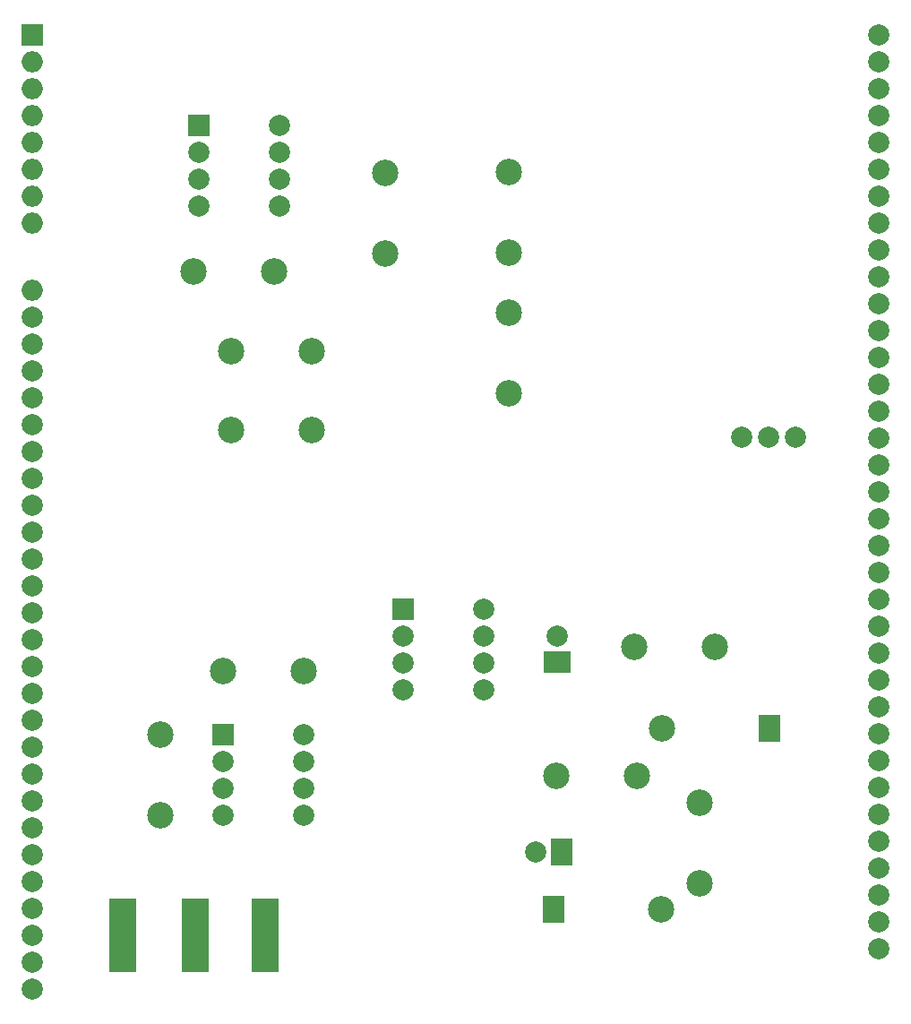
<source format=gbr>
%TF.GenerationSoftware,KiCad,Pcbnew,7.0.6-7.0.6~ubuntu22.04.1*%
%TF.CreationDate,2023-07-14T22:02:38-03:00*%
%TF.ProjectId,Fonte_corrente_mono,466f6e74-655f-4636-9f72-72656e74655f,v01*%
%TF.SameCoordinates,Original*%
%TF.FileFunction,Soldermask,Bot*%
%TF.FilePolarity,Negative*%
%FSLAX46Y46*%
G04 Gerber Fmt 4.6, Leading zero omitted, Abs format (unit mm)*
G04 Created by KiCad (PCBNEW 7.0.6-7.0.6~ubuntu22.04.1) date 2023-07-14 22:02:38*
%MOMM*%
%LPD*%
G01*
G04 APERTURE LIST*
%ADD10C,2.000000*%
%ADD11C,2.500000*%
%ADD12R,2.000000X2.500000*%
%ADD13R,2.000000X2.000000*%
%ADD14O,2.000000X2.000000*%
%ADD15R,2.500000X2.000000*%
%ADD16R,2.500000X7.000000*%
G04 APERTURE END LIST*
D10*
%TO.C,J1*%
X173770000Y-95145000D03*
X176310000Y-95145000D03*
X178850000Y-95145000D03*
%TD*%
D11*
%TO.C,R12*%
X156203000Y-127145000D03*
X163823000Y-127145000D03*
%TD*%
%TO.C,Rsentinela1*%
X118800000Y-130860000D03*
X118800000Y-123240000D03*
%TD*%
D10*
%TO.C,C4*%
X154235888Y-134395000D03*
D12*
X156735888Y-134395000D03*
%TD*%
D13*
%TO.C,U2*%
X124750000Y-123250000D03*
D10*
X124750000Y-125790000D03*
X124750000Y-128330000D03*
X124750000Y-130870000D03*
X132370000Y-130870000D03*
X132370000Y-128330000D03*
X132370000Y-125790000D03*
X132370000Y-123250000D03*
%TD*%
%TO.C,J4*%
X186690000Y-57150000D03*
X186690000Y-59690000D03*
X186690000Y-62230000D03*
X186690000Y-64770000D03*
X186690000Y-67310000D03*
X186690000Y-69850000D03*
X186690000Y-72390000D03*
X186690000Y-74930000D03*
X186690000Y-77470000D03*
X186690000Y-80010000D03*
X186690000Y-82550000D03*
X186690000Y-85090000D03*
X186690000Y-87630000D03*
X186690000Y-90170000D03*
X186690000Y-92710000D03*
X186690000Y-95250000D03*
X186690000Y-97790000D03*
X186690000Y-100330000D03*
X186690000Y-102870000D03*
X186690000Y-105410000D03*
X186690000Y-107950000D03*
X186690000Y-110490000D03*
X186690000Y-113030000D03*
X186690000Y-115570000D03*
X186690000Y-118110000D03*
X186690000Y-120650000D03*
X186690000Y-123190000D03*
X186690000Y-125730000D03*
X186690000Y-128270000D03*
X186690000Y-130810000D03*
X186690000Y-133350000D03*
X186690000Y-135890000D03*
X186690000Y-138430000D03*
X186690000Y-140970000D03*
X186690000Y-143510000D03*
%TD*%
D13*
%TO.C,U3-cond1*%
X141725000Y-111443000D03*
D10*
X141725000Y-113983000D03*
X141725000Y-116523000D03*
X141725000Y-119063000D03*
X149345000Y-119063000D03*
X149345000Y-116523000D03*
X149345000Y-113983000D03*
X149345000Y-111443000D03*
%TD*%
D11*
%TO.C,R10*%
X163569000Y-114999000D03*
X171189000Y-114999000D03*
%TD*%
%TO.C,R1*%
X129500000Y-79500000D03*
X121880000Y-79500000D03*
%TD*%
D13*
%TO.C,J2*%
X106680000Y-57150000D03*
D14*
X106680000Y-59690000D03*
X106680000Y-62230000D03*
X106680000Y-64770000D03*
X106680000Y-67310000D03*
X106680000Y-69850000D03*
X106680000Y-72390000D03*
X106680000Y-74930000D03*
%TD*%
%TO.C,J3*%
X106680000Y-81280000D03*
D10*
X106680000Y-83820000D03*
X106680000Y-86360000D03*
X106680000Y-88900000D03*
X106680000Y-91440000D03*
X106680000Y-93980000D03*
X106680000Y-96520000D03*
X106680000Y-99060000D03*
X106680000Y-101600000D03*
X106680000Y-104140000D03*
X106680000Y-106680000D03*
X106680000Y-109220000D03*
X106680000Y-111760000D03*
X106680000Y-114300000D03*
X106680000Y-116840000D03*
X106680000Y-119380000D03*
X106680000Y-121920000D03*
X106680000Y-124460000D03*
X106680000Y-127000000D03*
X106680000Y-129540000D03*
X106680000Y-132080000D03*
X106680000Y-134620000D03*
X106680000Y-137160000D03*
X106680000Y-139700000D03*
X106680000Y-142240000D03*
X106680000Y-144780000D03*
X106680000Y-147320000D03*
%TD*%
D11*
%TO.C,RganhoINA1*%
X124740000Y-117300000D03*
X132360000Y-117300000D03*
%TD*%
D10*
%TO.C,C3*%
X156295000Y-113939888D03*
D15*
X156295000Y-116439888D03*
%TD*%
D12*
%TO.C,D2*%
X155920000Y-139750000D03*
D11*
X166080000Y-139750000D03*
%TD*%
D16*
%TO.C,SW_kcd1*%
X122050000Y-142250000D03*
X115250000Y-142250000D03*
X128650000Y-142250000D03*
%TD*%
D11*
%TO.C,R4*%
X133060000Y-94500000D03*
X125440000Y-94500000D03*
%TD*%
%TO.C,R6*%
X151750000Y-70130000D03*
X151750000Y-77750000D03*
%TD*%
%TO.C,R2*%
X140000000Y-77810000D03*
X140000000Y-70190000D03*
%TD*%
D12*
%TO.C,D1*%
X176375000Y-122645000D03*
D11*
X166215000Y-122645000D03*
%TD*%
%TO.C,R11*%
X169750000Y-129690000D03*
X169750000Y-137310000D03*
%TD*%
%TO.C,R3*%
X125500000Y-87000000D03*
X133120000Y-87000000D03*
%TD*%
D13*
%TO.C,U1-howland1*%
X122440000Y-65690000D03*
D10*
X122440000Y-68230000D03*
X122440000Y-70770000D03*
X122440000Y-73310000D03*
X130060000Y-73310000D03*
X130060000Y-70770000D03*
X130060000Y-68230000D03*
X130060000Y-65690000D03*
%TD*%
D11*
%TO.C,R5*%
X151750000Y-91000000D03*
X151750000Y-83380000D03*
%TD*%
M02*

</source>
